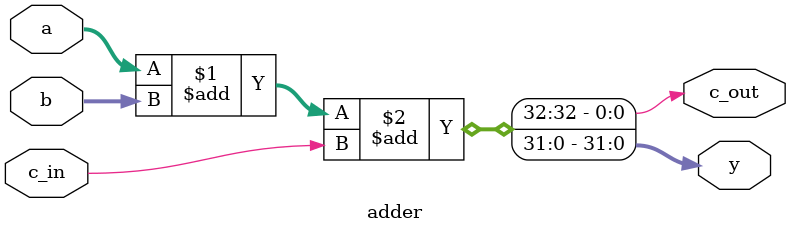
<source format=sv>
module adder(input logic[31:0] a, b, input logic c_in, output logic[31:0] y, output logic c_out);
  assign {c_out, y} = a + b + c_in;
  //assign o = y[31]^c_out;
  /*logic[31:0] p, g;
  always_comb
  begin
    p = a^b;
    g = a&b;
    y = p^c_in;
    c_out = g | (p&c_in);
    o = y[31] ^ c_out;
  end*/
endmodule

</source>
